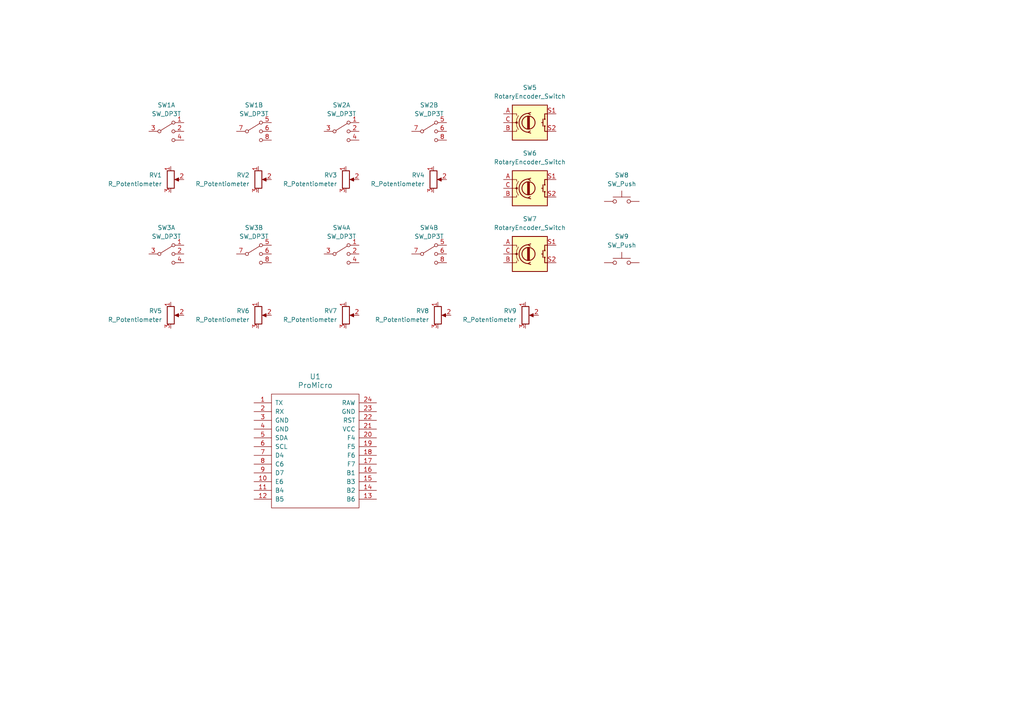
<source format=kicad_sch>
(kicad_sch (version 20230121) (generator eeschema)
  (paper "A4")
  (lib_symbols
    (symbol "Device:R_Potentiometer" (pin_names (offset 1.016) hide)
      (property "Reference" "RV" (at -4.445 0 90))
      (property "Value" "R_Potentiometer" (at -2.54 0 90))
      (symbol "R_Potentiometer_0_1"
        (polyline (pts (xy 2.54 0) (xy 1.524 0)))
        (polyline (pts (xy 1.143 0) (xy 2.286 0.508) (xy 2.286 -0.508) (xy 1.143 0)) (fill (type outline)))
        (rectangle (start 1.016 2.54) (end -1.016 -2.54) (stroke (width 0.254)))
      )
      (symbol "R_Potentiometer_1_1"
        (pin passive line (at 0 3.81 270) (length 1.27) (name "1") (number "1"))
        (pin passive line (at 3.81 0 180) (length 1.27) (name "2") (number "2"))
        (pin passive line (at 0 -3.81 90) (length 1.27) (name "3") (number "3"))
      )
    )
    (symbol "Device:RotaryEncoder_Switch" (pin_names (offset 0.254) hide)
      (property "Reference" "SW" (at 0 6.604 0))
      (property "Value" "RotaryEncoder_Switch" (at 0 -6.604 0))
      (symbol "RotaryEncoder_Switch_0_1"
        (rectangle (start -5.08 5.08) (end 5.08 -5.08) (stroke (width 0.254)) (fill (type background)))
        (circle (center -3.81 0) (radius 0.254) (fill (type outline)))
        (circle (center -0.381 0) (radius 1.905) (stroke (width 0.254)))
        (arc (start -0.381 2.667) (mid -3.0988 -0.0635) (end -0.381 -2.794) (stroke (width 0.254)))
        (polyline (pts (xy -0.635 -1.778) (xy -0.635 1.778)) (stroke (width 0.254)))
        (polyline (pts (xy -0.381 -1.778) (xy -0.381 1.778)) (stroke (width 0.254)))
        (polyline (pts (xy -0.127 1.778) (xy -0.127 -1.778)) (stroke (width 0.254)))
        (polyline (pts (xy 3.81 0) (xy 3.429 0)) (stroke (width 0.254)))
        (polyline (pts (xy 3.81 1.016) (xy 3.81 -1.016)) (stroke (width 0.254)))
        (polyline (pts (xy -5.08 -2.54) (xy -3.81 -2.54) (xy -3.81 -2.032)))
        (polyline (pts (xy -5.08 2.54) (xy -3.81 2.54) (xy -3.81 2.032)))
        (polyline (pts (xy 0.254 -3.048) (xy -0.508 -2.794) (xy 0.127 -2.413)) (stroke (width 0.254)))
        (polyline (pts (xy 0.254 2.921) (xy -0.508 2.667) (xy 0.127 2.286)) (stroke (width 0.254)))
        (polyline (pts (xy 5.08 -2.54) (xy 4.318 -2.54) (xy 4.318 -1.016)) (stroke (width 0.254)))
        (polyline (pts (xy 5.08 2.54) (xy 4.318 2.54) (xy 4.318 1.016)) (stroke (width 0.254)))
        (polyline (pts (xy -5.08 0) (xy -3.81 0) (xy -3.81 -1.016) (xy -3.302 -2.032)))
        (polyline (pts (xy -4.318 0) (xy -3.81 0) (xy -3.81 1.016) (xy -3.302 2.032)))
        (circle (center 4.318 -1.016) (radius 0.127) (stroke (width 0.254)))
        (circle (center 4.318 1.016) (radius 0.127) (stroke (width 0.254)))
      )
      (symbol "RotaryEncoder_Switch_1_1"
        (pin passive line (at -7.62 2.54 0) (length 2.54) (name "A") (number "A"))
        (pin passive line (at -7.62 -2.54 0) (length 2.54) (name "B") (number "B"))
        (pin passive line (at -7.62 0 0) (length 2.54) (name "C") (number "C"))
        (pin passive line (at 7.62 2.54 180) (length 2.54) (name "S1") (number "S1"))
        (pin passive line (at 7.62 -2.54 180) (length 2.54) (name "S2") (number "S2"))
      )
    )
    (symbol "Switch:SW_DP3T" (pin_names (offset 0) hide)
      (property "Reference" "SW" (at 0 5.08 0))
      (property "Value" "SW_DP3T" (at 0 -5.08 0))
      (symbol "SW_DP3T_0_1"
        (circle (center -2.032 0) (radius 0.4572))
        (polyline (pts (xy -1.651 0.254) (xy 1.651 2.286)))
        (circle (center 2.032 -2.54) (radius 0.4572))
        (circle (center 2.032 0) (radius 0.4572))
        (circle (center 2.032 2.54) (radius 0.4572))
      )
      (symbol "SW_DP3T_1_1"
        (pin passive line (at 5.08 2.54 180) (length 2.54) (name "1") (number "1"))
        (pin passive line (at 5.08 0 180) (length 2.54) (name "2") (number "2"))
        (pin passive line (at -5.08 0 0) (length 2.54) (name "3") (number "3"))
        (pin passive line (at 5.08 -2.54 180) (length 2.54) (name "4") (number "4"))
      )
      (symbol "SW_DP3T_2_1"
        (pin passive line (at 5.08 2.54 180) (length 2.54) (name "5") (number "5"))
        (pin passive line (at 5.08 0 180) (length 2.54) (name "6") (number "6"))
        (pin passive line (at -5.08 0 0) (length 2.54) (name "7") (number "7"))
        (pin passive line (at 5.08 -2.54 180) (length 2.54) (name "8") (number "8"))
      )
    )
    (symbol "Switch:SW_Push" (pin_numbers hide) (pin_names (offset 1.016) hide)
      (property "Reference" "SW" (at 1.27 2.54 0))
      (property "Value" "SW_Push" (at 0 -1.524 0))
      (symbol "SW_Push_0_1"
        (circle (center -2.032 0) (radius 0.508))
        (polyline (pts (xy 0 1.27) (xy 0 3.048)))
        (polyline (pts (xy 2.54 1.27) (xy -2.54 1.27)))
        (circle (center 2.032 0) (radius 0.508))
        (pin passive line (at -5.08 0 0) (length 2.54) (name "1") (number "1"))
        (pin passive line (at 5.08 0 180) (length 2.54) (name "2") (number "2"))
      )
    )
    (symbol "promicro:ProMicro" (pin_names (offset 1.016))
      (property "Reference" "U" (at 0 24.13 0))
      (property "Value" "ProMicro" (at 0 -13.97 0))
      (symbol "ProMicro_0_1"
        (rectangle (start -12.7 21.59) (end 12.7 -11.43))
      )
      (symbol "ProMicro_1_1"
        (pin bidirectional line (at -17.78 19.05 0) (length 5.08) (name "TX") (number "1"))
        (pin bidirectional line (at -17.78 -3.81 0) (length 5.08) (name "E6") (number "10"))
        (pin bidirectional line (at -17.78 -6.35 0) (length 5.08) (name "B4") (number "11"))
        (pin bidirectional line (at -17.78 -8.89 0) (length 5.08) (name "B5") (number "12"))
        (pin bidirectional line (at 17.78 -8.89 180) (length 5.08) (name "B6") (number "13"))
        (pin bidirectional line (at 17.78 -6.35 180) (length 5.08) (name "B2") (number "14"))
        (pin bidirectional line (at 17.78 -3.81 180) (length 5.08) (name "B3") (number "15"))
        (pin bidirectional line (at 17.78 -1.27 180) (length 5.08) (name "B1") (number "16"))
        (pin bidirectional line (at 17.78 1.27 180) (length 5.08) (name "F7") (number "17"))
        (pin bidirectional line (at 17.78 3.81 180) (length 5.08) (name "F6") (number "18"))
        (pin bidirectional line (at 17.78 6.35 180) (length 5.08) (name "F5") (number "19"))
        (pin bidirectional line (at -17.78 16.51 0) (length 5.08) (name "RX") (number "2"))
        (pin bidirectional line (at 17.78 8.89 180) (length 5.08) (name "F4") (number "20"))
        (pin power_in line (at 17.78 11.43 180) (length 5.08) (name "VCC") (number "21"))
        (pin input line (at 17.78 13.97 180) (length 5.08) (name "RST") (number "22"))
        (pin power_in line (at 17.78 16.51 180) (length 5.08) (name "GND") (number "23"))
        (pin power_out line (at 17.78 19.05 180) (length 5.08) (name "RAW") (number "24"))
        (pin power_in line (at -17.78 13.97 0) (length 5.08) (name "GND") (number "3"))
        (pin power_in line (at -17.78 11.43 0) (length 5.08) (name "GND") (number "4"))
        (pin bidirectional line (at -17.78 8.89 0) (length 5.08) (name "SDA") (number "5"))
        (pin bidirectional line (at -17.78 6.35 0) (length 5.08) (name "SCL") (number "6"))
        (pin bidirectional line (at -17.78 3.81 0) (length 5.08) (name "D4") (number "7"))
        (pin bidirectional line (at -17.78 1.27 0) (length 5.08) (name "C6") (number "8"))
        (pin bidirectional line (at -17.78 -1.27 0) (length 5.08) (name "D7") (number "9"))
      )
    )
  )
  (symbol (lib_id "promicro:ProMicro") (at 91.44 135.89 0) (unit 1)
    (property "Reference" "U1" (at 91.44 109.22 0) (effects (font (size 1.524 1.524))))
    (property "Value" "ProMicro" (at 91.44 111.76 0) (effects (font (size 1.524 1.524))))
  )
  (symbol (lib_id "Device:R_Potentiometer") (at 125.73 52.07 0) (unit 1)
    (property "Reference" "RV4" (at 123.19 50.8 0) (effects (justify right)))
    (property "Value" "R_Potentiometer" (at 123.19 53.34 0) (effects (justify right)))
  )
  (symbol (lib_id "Switch:SW_DP3T") (at 48.26 73.66 0) (unit 1)
    (property "Reference" "SW3" (at 48.26 66.04 0))
    (property "Value" "SW_DP3T" (at 48.26 68.58 0))
  )
  (symbol (lib_id "Device:R_Potentiometer") (at 100.33 52.07 0) (unit 1)
    (property "Reference" "RV3" (at 97.79 50.8 0) (effects (justify right)))
    (property "Value" "R_Potentiometer" (at 97.79 53.34 0) (effects (justify right)))
  )
  (symbol (lib_id "Device:R_Potentiometer") (at 49.53 52.07 0) (unit 1)
    (property "Reference" "RV1" (at 46.99 50.8 0) (effects (justify right)))
    (property "Value" "R_Potentiometer" (at 46.99 53.34 0) (effects (justify right)))
  )
  (symbol (lib_id "Device:RotaryEncoder_Switch") (at 153.67 35.56 0) (unit 1)
    (property "Reference" "SW5" (at 153.67 25.4 0))
    (property "Value" "RotaryEncoder_Switch" (at 153.67 27.94 0))
  )
  (symbol (lib_id "Device:R_Potentiometer") (at 74.93 52.07 0) (unit 1)
    (property "Reference" "RV2" (at 72.39 50.8 0) (effects (justify right)))
    (property "Value" "R_Potentiometer" (at 72.39 53.34 0) (effects (justify right)))
  )
  (symbol (lib_id "Device:RotaryEncoder_Switch") (at 153.67 54.61 0) (unit 1)
    (property "Reference" "SW6" (at 153.67 44.45 0))
    (property "Value" "RotaryEncoder_Switch" (at 153.67 46.99 0))
  )
  (symbol (lib_id "Device:R_Potentiometer") (at 127 91.44 0) (unit 1)
    (property "Reference" "RV8" (at 124.46 90.17 0) (effects (justify right)))
    (property "Value" "R_Potentiometer" (at 124.46 92.71 0) (effects (justify right)))
  )
  (symbol (lib_id "Switch:SW_DP3T") (at 99.06 38.1 0) (unit 1)
    (property "Reference" "SW2" (at 99.06 30.48 0))
    (property "Value" "SW_DP3T" (at 99.06 33.02 0))
  )
  (symbol (lib_id "Switch:SW_Push") (at 180.34 58.42 0) (unit 1)
    (property "Reference" "SW8" (at 180.34 50.8 0))
    (property "Value" "SW_Push" (at 180.34 53.34 0))
  )
  (symbol (lib_id "Switch:SW_DP3T") (at 124.46 38.1 0) (unit 2)
    (property "Reference" "SW2" (at 124.46 30.48 0))
    (property "Value" "SW_DP3T" (at 124.46 33.02 0))
  )
  (symbol (lib_id "Switch:SW_DP3T") (at 73.66 73.66 0) (unit 2)
    (property "Reference" "SW3" (at 73.66 66.04 0))
    (property "Value" "SW_DP3T" (at 73.66 68.58 0))
  )
  (symbol (lib_id "Device:R_Potentiometer") (at 100.33 91.44 0) (unit 1)
    (property "Reference" "RV7" (at 97.79 90.17 0) (effects (justify right)))
    (property "Value" "R_Potentiometer" (at 97.79 92.71 0) (effects (justify right)))
  )
  (symbol (lib_id "Device:R_Potentiometer") (at 49.53 91.44 0) (unit 1)
    (property "Reference" "RV5" (at 46.99 90.17 0) (effects (justify right)))
    (property "Value" "R_Potentiometer" (at 46.99 92.71 0) (effects (justify right)))
  )
  (symbol (lib_id "Switch:SW_DP3T") (at 99.06 73.66 0) (unit 1)
    (property "Reference" "SW4" (at 99.06 66.04 0))
    (property "Value" "SW_DP3T" (at 99.06 68.58 0))
  )
  (symbol (lib_id "Switch:SW_DP3T") (at 48.26 38.1 0) (unit 1)
    (property "Reference" "SW1" (at 48.26 30.48 0))
    (property "Value" "SW_DP3T" (at 48.26 33.02 0))
  )
  (symbol (lib_id "Switch:SW_DP3T") (at 73.66 38.1 0) (unit 2)
    (property "Reference" "SW1" (at 73.66 30.48 0))
    (property "Value" "SW_DP3T" (at 73.66 33.02 0))
  )
  (symbol (lib_id "Device:R_Potentiometer") (at 74.93 91.44 0) (unit 1)
    (property "Reference" "RV6" (at 72.39 90.17 0) (effects (justify right)))
    (property "Value" "R_Potentiometer" (at 72.39 92.71 0) (effects (justify right)))
  )
  (symbol (lib_id "Switch:SW_DP3T") (at 124.46 73.66 0) (unit 2)
    (property "Reference" "SW4" (at 124.46 66.04 0))
    (property "Value" "SW_DP3T" (at 124.46 68.58 0))
  )
  (symbol (lib_id "Device:RotaryEncoder_Switch") (at 153.67 73.66 0) (unit 1)
    (property "Reference" "SW7" (at 153.67 63.5 0))
    (property "Value" "RotaryEncoder_Switch" (at 153.67 66.04 0))
  )
  (symbol (lib_id "Switch:SW_Push") (at 180.34 76.2 0) (unit 1)
    (property "Reference" "SW9" (at 180.34 68.58 0))
    (property "Value" "SW_Push" (at 180.34 71.12 0))
  )
  (symbol (lib_id "Device:R_Potentiometer") (at 152.4 91.44 0) (unit 1)
    (property "Reference" "RV9" (at 149.86 90.17 0) (effects (justify right)))
    (property "Value" "R_Potentiometer" (at 149.86 92.71 0) (effects (justify right)))
  )
)
</source>
